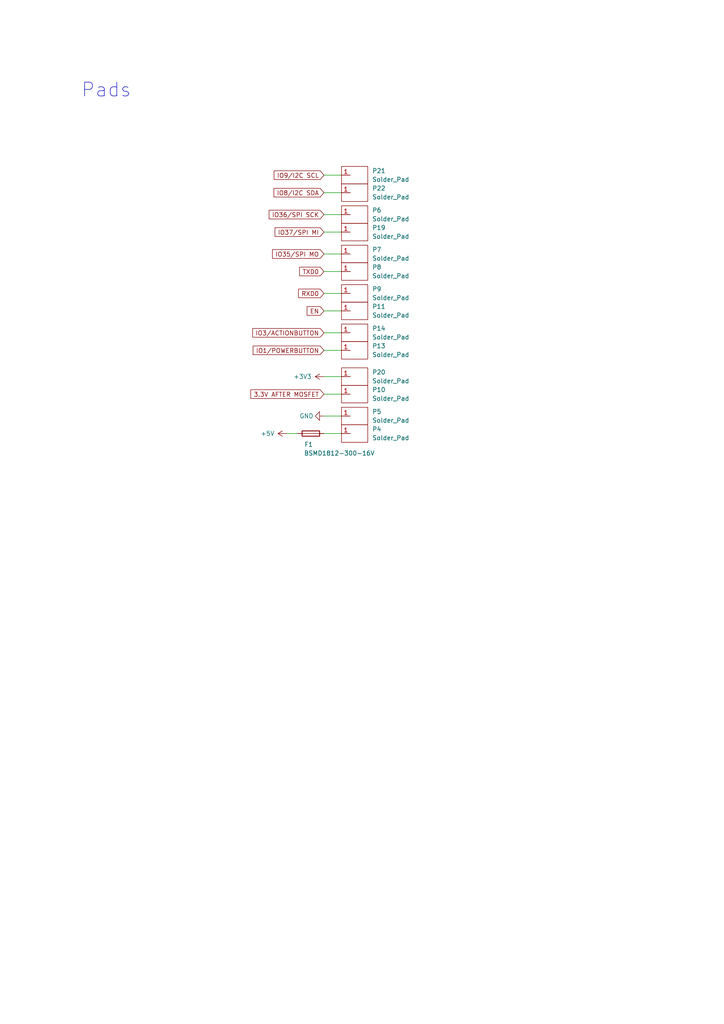
<source format=kicad_sch>
(kicad_sch (version 20230121) (generator eeschema)
  (paper "A4" portrait)
  (lib_symbols
    (symbol "Device:Fuse" (pin_numbers hide) (pin_names (offset 0))
      (property "Reference" "F" (at 2.032 0 90))
      (property "Value" "Fuse" (at -1.905 0 90))
      (symbol "Fuse_0_1"
        (rectangle (start -0.762 -2.54) (end 0.762 2.54) (stroke (width 0.254)))
        (polyline (pts (xy 0 2.54) (xy 0 -2.54)))
      )
      (symbol "Fuse_1_1"
        (pin passive line (at 0 3.81 270) (length 1.27) (name "~") (number "1"))
        (pin passive line (at 0 -3.81 90) (length 1.27) (name "~") (number "2"))
      )
    )
    (symbol "MyParts:Solder_Pad"
      (property "Reference" "P" (at 0 3.81 0))
      (property "Value" "Solder_Pad" (at 0 -2.54 0))
      (symbol "Solder_Pad_0_1"
        (rectangle (start 0 2.54) (end 7.62 -2.54) (stroke (width 0.1524)))
      )
      (symbol "Solder_Pad_1_1"
        (pin bidirectional line (at 0 0 0) (length 2.54) (name "") (number "1"))
      )
    )
    (symbol "power:+3.3V" (power) (pin_names (offset 0))
      (property "Value" "+3.3V" (at 0 3.556 0))
      (symbol "+3.3V_0_1"
        (polyline (pts (xy -0.762 1.27) (xy 0 2.54)))
        (polyline (pts (xy 0 0) (xy 0 2.54)))
        (polyline (pts (xy 0 2.54) (xy 0.762 1.27)))
      )
      (symbol "+3.3V_1_1"
        (pin power_in line (at 0 0 90) (length 0) hide (name "+3V3") (number "1"))
      )
    )
    (symbol "power:+5V" (power) (pin_names (offset 0))
      (property "Value" "+5V" (at 0 3.556 0))
      (symbol "+5V_0_1"
        (polyline (pts (xy -0.762 1.27) (xy 0 2.54)))
        (polyline (pts (xy 0 0) (xy 0 2.54)))
        (polyline (pts (xy 0 2.54) (xy 0.762 1.27)))
      )
      (symbol "+5V_1_1"
        (pin power_in line (at 0 0 90) (length 0) hide (name "+5V") (number "1"))
      )
    )
    (symbol "power:GND" (power) (pin_names (offset 0))
      (property "Value" "GND" (at 0 -3.81 0))
      (symbol "GND_0_1"
        (polyline (pts (xy 0 0) (xy 0 -1.27) (xy 1.27 -1.27) (xy 0 -2.54) (xy -1.27 -1.27) (xy 0 -1.27)))
      )
      (symbol "GND_1_1"
        (pin power_in line (at 0 0 270) (length 0) hide (name "GND") (number "1"))
      )
    )
  )
  (wire (pts (xy 93.98 120.65) (xy 99.06 120.65)))
  (wire (pts (xy 93.98 55.88) (xy 99.06 55.88)))
  (wire (pts (xy 93.98 114.3) (xy 99.06 114.3)))
  (wire (pts (xy 93.98 67.31) (xy 99.06 67.31)))
  (wire (pts (xy 93.98 62.23) (xy 99.06 62.23)))
  (wire (pts (xy 93.98 78.74) (xy 99.06 78.74)))
  (wire (pts (xy 93.98 85.09) (xy 99.06 85.09)))
  (wire (pts (xy 93.98 101.6) (xy 99.06 101.6)))
  (wire (pts (xy 83.185 125.73) (xy 86.36 125.73)))
  (wire (pts (xy 93.98 73.66) (xy 99.06 73.66)))
  (wire (pts (xy 93.98 50.8) (xy 99.06 50.8)))
  (wire (pts (xy 93.98 96.52) (xy 99.06 96.52)))
  (wire (pts (xy 93.98 90.17) (xy 99.06 90.17)))
  (wire (pts (xy 93.98 109.22) (xy 99.06 109.22)))
  (wire (pts (xy 93.98 125.73) (xy 99.06 125.73)))
  (text "Pads" (at 23.495 28.575 0) (effects (font (size 4 4)) (justify left bottom)))
  (global_label "3.3V AFTER MOSFET" (shape input) (at 93.98 114.3 180) (property "Intersheetrefs" "${INTERSHEET_REFS}" (effects hide)))
  (global_label "IO36{slash}SPI SCK" (shape input) (at 93.98 62.23 180) (property "Intersheetrefs" "${INTERSHEET_REFS}" (effects hide)))
  (global_label "IO1{slash}POWERBUTTON" (shape input) (at 93.98 101.6 180) (property "Intersheetrefs" "${INTERSHEET_REFS}" (effects hide)))
  (global_label "IO35{slash}SPI MO" (shape input) (at 93.98 73.66 180) (property "Intersheetrefs" "${INTERSHEET_REFS}" (effects hide)))
  (global_label "IO37{slash}SPI MI" (shape input) (at 93.98 67.31 180) (property "Intersheetrefs" "${INTERSHEET_REFS}" (effects hide)))
  (global_label "TXD0" (shape input) (at 93.98 78.74 180) (property "Intersheetrefs" "${INTERSHEET_REFS}" (effects hide)))
  (global_label "IO8{slash}I2C SDA" (shape input) (at 93.98 55.88 180) (property "Intersheetrefs" "${INTERSHEET_REFS}" (effects hide)))
  (global_label "RXD0" (shape input) (at 93.98 85.09 180) (property "Intersheetrefs" "${INTERSHEET_REFS}" (effects hide)))
  (global_label "IO3{slash}ACTIONBUTTON" (shape input) (at 93.98 96.52 180) (property "Intersheetrefs" "${INTERSHEET_REFS}" (effects hide)))
  (global_label "IO9{slash}I2C SCL" (shape input) (at 93.98 50.8 180) (property "Intersheetrefs" "${INTERSHEET_REFS}" (effects hide)))
  (global_label "EN" (shape input) (at 93.98 90.17 180) (property "Intersheetrefs" "${INTERSHEET_REFS}" (effects hide)))
  (symbol (lib_id "MyParts:Solder_Pad") (at 99.06 50.8 0) (unit 1)
    (property "Reference" "P21" (at 107.95 49.5299 0) (effects (justify left)))
    (property "Value" "Solder_Pad" (at 107.95 52.0699 0) (effects (justify left)))
    (property "Footprint" "footprint:Solder pad" (effects hide))
  )
  (symbol (lib_id "power:GND") (at 93.98 120.65 270) (mirror x) (unit 1)
    (property "Reference" "#PWR0148" (effects hide))
    (property "Value" "GND" (at 88.9 120.65 90))
  )
  (symbol (lib_id "power:+5V") (at 83.185 125.73 90) (unit 1)
    (property "Reference" "#PWR0147" (effects hide))
    (property "Value" "+5V" (at 75.565 125.73 90) (effects (justify right)))
  )
  (symbol (lib_id "MyParts:Solder_Pad") (at 99.06 90.17 0) (unit 1)
    (property "Reference" "P11" (at 107.95 88.8999 0) (effects (justify left)))
    (property "Value" "Solder_Pad" (at 107.95 91.4399 0) (effects (justify left)))
    (property "Footprint" "footprint:Solder pad" (effects hide))
  )
  (symbol (lib_id "MyParts:Solder_Pad") (at 99.06 78.74 0) (unit 1)
    (property "Reference" "P8" (at 107.95 77.4699 0) (effects (justify left)))
    (property "Value" "Solder_Pad" (at 107.95 80.0099 0) (effects (justify left)))
    (property "Footprint" "footprint:Solder pad" (effects hide))
  )
  (symbol (lib_id "MyParts:Solder_Pad") (at 99.06 114.3 0) (unit 1)
    (property "Reference" "P10" (at 107.95 113.0299 0) (effects (justify left)))
    (property "Value" "Solder_Pad" (at 107.95 115.5699 0) (effects (justify left)))
    (property "Footprint" "footprint:Solder pad" (effects hide))
  )
  (symbol (lib_id "MyParts:Solder_Pad") (at 99.06 85.09 0) (unit 1)
    (property "Reference" "P9" (at 107.95 83.8199 0) (effects (justify left)))
    (property "Value" "Solder_Pad" (at 107.95 86.3599 0) (effects (justify left)))
    (property "Footprint" "footprint:Solder pad" (effects hide))
  )
  (symbol (lib_id "MyParts:Solder_Pad") (at 99.06 120.65 0) (unit 1)
    (property "Reference" "P5" (at 107.95 119.3799 0) (effects (justify left)))
    (property "Value" "Solder_Pad" (at 107.95 121.9199 0) (effects (justify left)))
    (property "Footprint" "footprint:Solder pad" (effects hide))
  )
  (symbol (lib_id "MyParts:Solder_Pad") (at 99.06 109.22 0) (unit 1)
    (property "Reference" "P20" (at 107.95 107.9499 0) (effects (justify left)))
    (property "Value" "Solder_Pad" (at 107.95 110.4899 0) (effects (justify left)))
    (property "Footprint" "footprint:Solder pad" (effects hide))
  )
  (symbol (lib_id "MyParts:Solder_Pad") (at 99.06 101.6 0) (unit 1)
    (property "Reference" "P13" (at 107.95 100.3299 0) (effects (justify left)))
    (property "Value" "Solder_Pad" (at 107.95 102.8699 0) (effects (justify left)))
    (property "Footprint" "footprint:Solder pad" (effects hide))
  )
  (symbol (lib_id "MyParts:Solder_Pad") (at 99.06 62.23 0) (unit 1)
    (property "Reference" "P6" (at 107.95 60.9599 0) (effects (justify left)))
    (property "Value" "Solder_Pad" (at 107.95 63.4999 0) (effects (justify left)))
    (property "Footprint" "footprint:Solder pad" (effects hide))
  )
  (symbol (lib_id "power:+3.3V") (at 93.98 109.22 90) (unit 1)
    (property "Reference" "#PWR0102" (effects hide))
    (property "Value" "+3.3V" (at 85.09 109.22 90) (effects (justify right)))
  )
  (symbol (lib_id "MyParts:Solder_Pad") (at 99.06 67.31 0) (unit 1)
    (property "Reference" "P19" (at 107.95 66.0399 0) (effects (justify left)))
    (property "Value" "Solder_Pad" (at 107.95 68.5799 0) (effects (justify left)))
    (property "Footprint" "footprint:Solder pad" (effects hide))
  )
  (symbol (lib_id "MyParts:Solder_Pad") (at 99.06 55.88 0) (unit 1)
    (property "Reference" "P22" (at 107.95 54.6099 0) (effects (justify left)))
    (property "Value" "Solder_Pad" (at 107.95 57.1499 0) (effects (justify left)))
    (property "Footprint" "footprint:Solder pad" (effects hide))
  )
  (symbol (lib_id "MyParts:Solder_Pad") (at 99.06 73.66 0) (unit 1)
    (property "Reference" "P7" (at 107.95 72.3899 0) (effects (justify left)))
    (property "Value" "Solder_Pad" (at 107.95 74.9299 0) (effects (justify left)))
    (property "Footprint" "footprint:Solder pad" (effects hide))
  )
  (symbol (lib_id "MyParts:Solder_Pad") (at 99.06 96.52 0) (unit 1)
    (property "Reference" "P14" (at 107.95 95.2499 0) (effects (justify left)))
    (property "Value" "Solder_Pad" (at 107.95 97.7899 0) (effects (justify left)))
    (property "Footprint" "footprint:Solder pad" (effects hide))
  )
  (symbol (lib_id "Device:Fuse") (at 90.17 125.73 90) (unit 1)
    (property "Reference" "F1" (at 89.535 128.905 90))
    (property "Value" "BSMD1812-300-16V" (at 98.425 131.445 90))
    (property "Footprint" "Fuse:Fuse_1812_4532Metric_Pad1.30x3.40mm_HandSolder" (effects hide))
    (property "LCSC #" "C883162" (effects hide))
  )
  (symbol (lib_id "MyParts:Solder_Pad") (at 99.06 125.73 0) (unit 1)
    (property "Reference" "P4" (at 107.95 124.4599 0) (effects (justify left)))
    (property "Value" "Solder_Pad" (at 107.95 126.9999 0) (effects (justify left)))
    (property "Footprint" "footprint:Solder pad" (effects hide))
  )
)
</source>
